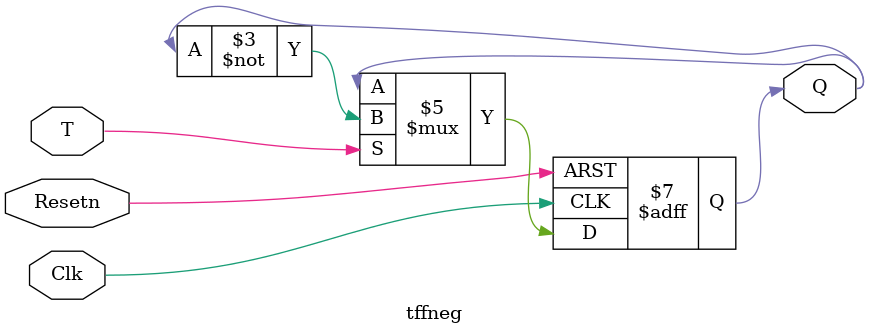
<source format=v>
module tffneg(T, Clk, Resetn, Q);
input T, Clk, Resetn;
output reg Q;
always@(negedge Resetn or negedge Clk)
	if(!Resetn) 
		Q <= 0;
	else if(T)
		Q = ~Q;
endmodule

</source>
